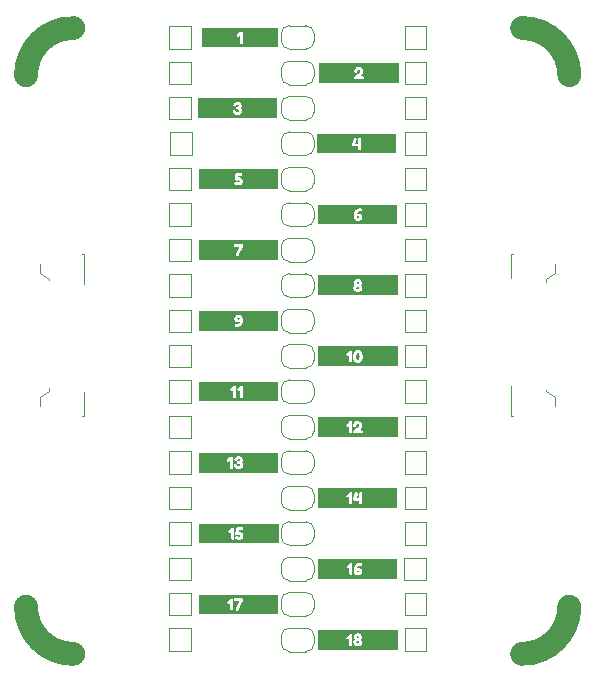
<source format=gbr>
%TF.GenerationSoftware,KiCad,Pcbnew,7.0.2-6a45011f42~172~ubuntu22.04.1*%
%TF.CreationDate,2023-05-08T11:52:49+01:00*%
%TF.ProjectId,bridge,62726964-6765-42e6-9b69-6361645f7063,rev?*%
%TF.SameCoordinates,Original*%
%TF.FileFunction,Legend,Top*%
%TF.FilePolarity,Positive*%
%FSLAX46Y46*%
G04 Gerber Fmt 4.6, Leading zero omitted, Abs format (unit mm)*
G04 Created by KiCad (PCBNEW 7.0.2-6a45011f42~172~ubuntu22.04.1) date 2023-05-08 11:52:49*
%MOMM*%
%LPD*%
G01*
G04 APERTURE LIST*
G04 Aperture macros list*
%AMFreePoly0*
4,1,19,0.500000,-0.750000,0.000000,-0.750000,0.000000,-0.744911,-0.071157,-0.744911,-0.207708,-0.704816,-0.327430,-0.627875,-0.420627,-0.520320,-0.479746,-0.390866,-0.500000,-0.250000,-0.500000,0.250000,-0.479746,0.390866,-0.420627,0.520320,-0.327430,0.627875,-0.207708,0.704816,-0.071157,0.744911,0.000000,0.744911,0.000000,0.750000,0.500000,0.750000,0.500000,-0.750000,0.500000,-0.750000,
$1*%
%AMFreePoly1*
4,1,19,0.000000,0.744911,0.071157,0.744911,0.207708,0.704816,0.327430,0.627875,0.420627,0.520320,0.479746,0.390866,0.500000,0.250000,0.500000,-0.250000,0.479746,-0.390866,0.420627,-0.520320,0.327430,-0.627875,0.207708,-0.704816,0.071157,-0.744911,0.000000,-0.744911,0.000000,-0.750000,-0.500000,-0.750000,-0.500000,0.750000,0.000000,0.750000,0.000000,0.744911,0.000000,0.744911,
$1*%
G04 Aperture macros list end*
%ADD10C,2.000000*%
%ADD11C,0.120000*%
%ADD12C,1.400000*%
%ADD13FreePoly0,180.000000*%
%ADD14FreePoly1,180.000000*%
%ADD15R,1.600200X0.508000*%
%ADD16R,2.895600X1.397000*%
G04 APERTURE END LIST*
D10*
X87000000Y-113000000D02*
G75*
G03*
X91000000Y-117000000I4000000J0D01*
G01*
X129000000Y-117000000D02*
G75*
G03*
X133000000Y-113000000I0J4000000D01*
G01*
X133000000Y-68000000D02*
G75*
G03*
X129000000Y-64000000I-4000000J0D01*
G01*
X91000000Y-64000000D02*
G75*
G03*
X87000000Y-68000000I0J-4000000D01*
G01*
%TO.C,kibuzzard-63B56FB5*%
G36*
X118453276Y-104625579D02*
G01*
X115476714Y-104625579D01*
X115352412Y-104625579D01*
X114503735Y-104625579D01*
X114127974Y-104625579D01*
X111746724Y-104625579D01*
X111746724Y-103612119D01*
X114127974Y-103612119D01*
X114172979Y-103700702D01*
X114259419Y-103750708D01*
X114359431Y-103706417D01*
X114378005Y-103689272D01*
X114378005Y-104199336D01*
X114380148Y-104251485D01*
X114393721Y-104290776D01*
X114431940Y-104318636D01*
X114503735Y-104327923D01*
X114577316Y-104318279D01*
X114615177Y-104289347D01*
X114628751Y-104251485D01*
X114630894Y-104202193D01*
X114630894Y-103906442D01*
X114709475Y-103906442D01*
X114716619Y-103967878D01*
X114755552Y-104008597D01*
X114835205Y-104022171D01*
X115222396Y-104022171D01*
X115222396Y-104196478D01*
X115230969Y-104270773D01*
X115249543Y-104299348D01*
X115286690Y-104316493D01*
X115352412Y-104323637D01*
X115421707Y-104315064D01*
X115463141Y-104280060D01*
X115476714Y-104197907D01*
X115476714Y-103403522D01*
X115474571Y-103353516D01*
X115460998Y-103315654D01*
X115422421Y-103285650D01*
X115350269Y-103276363D01*
X115277403Y-103284221D01*
X115238113Y-103312082D01*
X115224539Y-103347801D01*
X115222396Y-103396378D01*
X115222396Y-103786427D01*
X114989510Y-103786427D01*
X115076664Y-103437812D01*
X115078092Y-103433526D01*
X115088094Y-103373518D01*
X115063091Y-103318511D01*
X114988081Y-103282078D01*
X114922359Y-103272077D01*
X114873067Y-103287793D01*
X114847349Y-103320654D01*
X114832347Y-103370661D01*
X114713761Y-103849292D01*
X114709475Y-103906442D01*
X114630894Y-103906442D01*
X114630894Y-103406379D01*
X114623750Y-103330656D01*
X114603747Y-103299938D01*
X114566600Y-103283507D01*
X114498734Y-103276363D01*
X114418010Y-103313511D01*
X114413724Y-103316368D01*
X114179409Y-103527823D01*
X114127974Y-103612119D01*
X111746724Y-103612119D01*
X111746724Y-102974421D01*
X114127974Y-102974421D01*
X115476714Y-102974421D01*
X118453276Y-102974421D01*
X118453276Y-104625579D01*
G37*
D11*
%TO.C,TP15*%
X120900000Y-105894974D02*
X120900000Y-105844974D01*
X120900000Y-105844974D02*
X119050000Y-105844974D01*
X119050000Y-107744974D02*
X120900000Y-107744974D01*
X119050000Y-105844974D02*
X119050000Y-107744974D01*
X120900000Y-107744974D02*
X120900000Y-105894974D01*
%TO.C,JP9*%
X109300000Y-87794974D02*
X110700000Y-87794974D01*
X111400000Y-88494974D02*
X111400000Y-89094974D01*
X110700000Y-89794974D02*
X109300000Y-89794974D01*
X108600000Y-89094974D02*
X108600000Y-88494974D01*
X111400000Y-88494974D02*
G75*
G03*
X110700000Y-87794974I-699999J1D01*
G01*
X110700000Y-89794974D02*
G75*
G03*
X111400000Y-89094974I1J699999D01*
G01*
X109300000Y-87794974D02*
G75*
G03*
X108600000Y-88494974I0J-700000D01*
G01*
X108600000Y-89094974D02*
G75*
G03*
X109300000Y-89794974I700000J0D01*
G01*
%TO.C,kibuzzard-63B56FCC*%
G36*
X115163996Y-91529341D02*
G01*
X115209537Y-91583187D01*
X115236862Y-91672931D01*
X115245971Y-91798571D01*
X115245971Y-91807144D01*
X115236773Y-91929659D01*
X115209180Y-92017170D01*
X115163192Y-92069677D01*
X115098809Y-92087179D01*
X115035676Y-92069185D01*
X114990582Y-92015205D01*
X114963525Y-91925239D01*
X114954506Y-91799286D01*
X114963614Y-91673332D01*
X114990939Y-91583366D01*
X115036480Y-91529386D01*
X115100238Y-91511393D01*
X115163996Y-91529341D01*
G37*
G36*
X118475422Y-92639153D02*
G01*
X115498859Y-92639153D01*
X115101667Y-92639153D01*
X114481589Y-92639153D01*
X114105828Y-92639153D01*
X111724578Y-92639153D01*
X111724578Y-91608548D01*
X114105828Y-91608548D01*
X114150834Y-91697130D01*
X114237273Y-91747136D01*
X114337286Y-91702845D01*
X114355859Y-91685700D01*
X114355859Y-92195764D01*
X114358002Y-92247913D01*
X114371576Y-92287204D01*
X114409795Y-92315064D01*
X114481589Y-92324351D01*
X114555170Y-92314707D01*
X114593032Y-92285775D01*
X114606605Y-92247913D01*
X114608748Y-92198621D01*
X114608748Y-91798571D01*
X114701617Y-91798571D01*
X114706221Y-91898743D01*
X114720032Y-91991611D01*
X114743051Y-92077178D01*
X114773947Y-92148972D01*
X114812345Y-92210051D01*
X114862708Y-92261308D01*
X114929502Y-92303634D01*
X115010048Y-92332031D01*
X115101667Y-92341496D01*
X115192928Y-92332209D01*
X115272403Y-92304349D01*
X115337946Y-92262201D01*
X115387417Y-92210051D01*
X115436173Y-92127630D01*
X115470999Y-92031815D01*
X115491894Y-91922605D01*
X115498859Y-91800000D01*
X115494097Y-91705544D01*
X115479809Y-91614580D01*
X115455997Y-91527109D01*
X115426172Y-91454957D01*
X115388131Y-91392806D01*
X115338125Y-91340300D01*
X115272403Y-91297080D01*
X115192571Y-91268148D01*
X115100238Y-91258504D01*
X115007548Y-91268326D01*
X114926645Y-91297794D01*
X114860030Y-91341728D01*
X114810202Y-91394949D01*
X114770733Y-91463708D01*
X114735192Y-91554255D01*
X114716539Y-91626486D01*
X114705347Y-91707925D01*
X114701617Y-91798571D01*
X114608748Y-91798571D01*
X114608748Y-91402808D01*
X114601604Y-91327084D01*
X114581602Y-91296366D01*
X114544454Y-91279935D01*
X114476589Y-91272791D01*
X114395864Y-91309939D01*
X114391578Y-91312796D01*
X114157263Y-91524251D01*
X114105828Y-91608548D01*
X111724578Y-91608548D01*
X111724578Y-90960847D01*
X114105828Y-90960847D01*
X115498859Y-90960847D01*
X118475422Y-90960847D01*
X118475422Y-92639153D01*
G37*
%TO.C,kibuzzard-63B56F8D*%
G36*
X118440894Y-80630580D02*
G01*
X115464331Y-80630580D01*
X115110001Y-80630580D01*
X114735669Y-80630580D01*
X111759106Y-80630580D01*
X111759106Y-79905727D01*
X114735669Y-79905727D01*
X114746146Y-80023758D01*
X114777579Y-80126390D01*
X114829966Y-80213623D01*
X114902991Y-80279901D01*
X114996336Y-80319668D01*
X115110001Y-80332924D01*
X115203267Y-80322129D01*
X115286849Y-80289744D01*
X115360747Y-80235769D01*
X115418294Y-80165760D01*
X115452822Y-80085274D01*
X115464331Y-79994310D01*
X115453139Y-79918824D01*
X115419564Y-79848577D01*
X115363604Y-79783569D01*
X115291929Y-79731579D01*
X115211204Y-79700384D01*
X115121431Y-79689986D01*
X115015704Y-79714275D01*
X115022847Y-79694272D01*
X115049279Y-79644266D01*
X115100000Y-79588545D01*
X115186439Y-79539967D01*
X115300025Y-79519965D01*
X115382892Y-79511392D01*
X115411467Y-79492819D01*
X115428612Y-79455671D01*
X115435756Y-79389949D01*
X115427184Y-79321369D01*
X115393608Y-79280649D01*
X115314312Y-79267076D01*
X115211414Y-79274391D01*
X115117602Y-79296337D01*
X115032877Y-79332913D01*
X114957239Y-79384119D01*
X114890688Y-79449956D01*
X114834881Y-79526709D01*
X114791476Y-79610662D01*
X114760472Y-79701816D01*
X114741870Y-79800171D01*
X114735669Y-79905727D01*
X111759106Y-79905727D01*
X111759106Y-78969420D01*
X114735669Y-78969420D01*
X115464331Y-78969420D01*
X118440894Y-78969420D01*
X118440894Y-80630580D01*
G37*
G36*
X115189297Y-79941446D02*
G01*
X115214300Y-80002882D01*
X115186797Y-80074677D01*
X115104286Y-80098609D01*
X115012846Y-80065747D01*
X114999273Y-80034315D01*
X114995701Y-79992881D01*
X115024991Y-79939303D01*
X115109287Y-79912871D01*
X115189297Y-79941446D01*
G37*
%TO.C,JP14*%
X110700000Y-104794974D02*
X109300000Y-104794974D01*
X108600000Y-104094974D02*
X108600000Y-103494974D01*
X109300000Y-102794974D02*
X110700000Y-102794974D01*
X111400000Y-103494974D02*
X111400000Y-104094974D01*
X108600000Y-104094974D02*
G75*
G03*
X109300000Y-104794974I700000J0D01*
G01*
X110700000Y-104794974D02*
G75*
G03*
X111400000Y-104094974I1J699999D01*
G01*
X111400000Y-103494974D02*
G75*
G03*
X110700000Y-102794974I-699999J1D01*
G01*
X109300000Y-102794974D02*
G75*
G03*
X108600000Y-103494974I0J-700000D01*
G01*
%TO.C,kibuzzard-63B56F28*%
G36*
X108379232Y-107632723D02*
G01*
X105402669Y-107632723D01*
X105044053Y-107632723D01*
X104496842Y-107632723D01*
X104121081Y-107632723D01*
X101620768Y-107632723D01*
X101620768Y-106602118D01*
X104121081Y-106602118D01*
X104166086Y-106690701D01*
X104252526Y-106740707D01*
X104352538Y-106696416D01*
X104371112Y-106679271D01*
X104371112Y-107189334D01*
X104373255Y-107241484D01*
X104386828Y-107280774D01*
X104425047Y-107308635D01*
X104496842Y-107317922D01*
X104570422Y-107308278D01*
X104608284Y-107279346D01*
X104621857Y-107241484D01*
X104624001Y-107192192D01*
X104624001Y-107145043D01*
X104702582Y-107145043D01*
X104756874Y-107230768D01*
X104768304Y-107240769D01*
X104804023Y-107267916D01*
X104878318Y-107305222D01*
X104958328Y-107327606D01*
X105044053Y-107335067D01*
X105140414Y-107323240D01*
X105225663Y-107287759D01*
X105299799Y-107228625D01*
X105356949Y-107153060D01*
X105391239Y-107068288D01*
X105402669Y-106974308D01*
X105390604Y-106880804D01*
X105354409Y-106797460D01*
X105294084Y-106724276D01*
X105218678Y-106667523D01*
X105137239Y-106633471D01*
X105049768Y-106622121D01*
X104999762Y-106624978D01*
X105014049Y-106516393D01*
X105264081Y-106516393D01*
X105310515Y-106514250D01*
X105345519Y-106500677D01*
X105372308Y-106465315D01*
X105381238Y-106396378D01*
X105371594Y-106320654D01*
X105342662Y-106282078D01*
X105305514Y-106268505D01*
X105255508Y-106266362D01*
X105121206Y-106266362D01*
X104904036Y-106264933D01*
X104846171Y-106278506D01*
X104809024Y-106309224D01*
X104788307Y-106347801D01*
X104778306Y-106377804D01*
X104770090Y-106437097D01*
X104748302Y-106597832D01*
X104726871Y-106761067D01*
X104719727Y-106827861D01*
X104735443Y-106862865D01*
X104801880Y-106906442D01*
X104891891Y-106933588D01*
X104969758Y-106900727D01*
X105038338Y-106875009D01*
X105114776Y-106902870D01*
X105148352Y-106978594D01*
X105117634Y-107053603D01*
X105023336Y-107080749D01*
X104934039Y-107050746D01*
X104838313Y-107005026D01*
X104755446Y-107052174D01*
X104702582Y-107145043D01*
X104624001Y-107145043D01*
X104624001Y-106396378D01*
X104616857Y-106320654D01*
X104596854Y-106289936D01*
X104559707Y-106273506D01*
X104491841Y-106266362D01*
X104411117Y-106303509D01*
X104406831Y-106306367D01*
X104172516Y-106517822D01*
X104121081Y-106602118D01*
X101620768Y-106602118D01*
X101620768Y-105967277D01*
X104121081Y-105967277D01*
X105402669Y-105967277D01*
X108379232Y-105967277D01*
X108379232Y-107632723D01*
G37*
%TO.C,TP19*%
X99150001Y-65744974D02*
X101000001Y-65744974D01*
X99150001Y-63844974D02*
X99150001Y-65744974D01*
X101000001Y-63844974D02*
X99150001Y-63844974D01*
X101000001Y-63894974D02*
X101000001Y-63844974D01*
X101000001Y-65744974D02*
X101000001Y-63894974D01*
%TO.C,TP12*%
X120900000Y-98744974D02*
X120900000Y-96844974D01*
X119050000Y-98744974D02*
X120900000Y-98744974D01*
X120900000Y-96844974D02*
X119050000Y-96844974D01*
X119050000Y-96844974D02*
X119050000Y-98694974D01*
X119050000Y-98694974D02*
X119050000Y-98744974D01*
%TO.C,TP7*%
X120900000Y-83744974D02*
X120900000Y-81894974D01*
X120900000Y-81894974D02*
X120900000Y-81844974D01*
X119050000Y-81844974D02*
X119050000Y-83744974D01*
X120900000Y-81844974D02*
X119050000Y-81844974D01*
X119050000Y-83744974D02*
X120900000Y-83744974D01*
%TO.C,kibuzzard-63B56D06*%
G36*
X108275184Y-71638438D02*
G01*
X105298621Y-71638438D01*
X104897143Y-71638438D01*
X104501379Y-71638438D01*
X101524816Y-71638438D01*
X101524816Y-71010741D01*
X104501379Y-71010741D01*
X104517095Y-71087893D01*
X104519952Y-71102181D01*
X104535669Y-71139328D01*
X104571030Y-71196121D01*
X104611393Y-71240769D01*
X104693943Y-71296332D01*
X104789193Y-71329669D01*
X104897143Y-71340782D01*
X105005886Y-71329749D01*
X105101613Y-71296649D01*
X105184321Y-71241484D01*
X105247821Y-71169332D01*
X105285921Y-71085274D01*
X105298621Y-70989309D01*
X105286834Y-70916443D01*
X105251473Y-70852149D01*
X105206467Y-70805715D01*
X105164319Y-70774997D01*
X105164319Y-70764996D01*
X105226231Y-70720149D01*
X105263379Y-70659903D01*
X105275761Y-70584259D01*
X105264490Y-70503693D01*
X105230676Y-70428684D01*
X105174320Y-70359231D01*
X105098438Y-70303668D01*
X105006045Y-70270331D01*
X104897143Y-70259218D01*
X104826241Y-70264219D01*
X104762126Y-70279221D01*
X104667828Y-70323512D01*
X104608535Y-70379947D01*
X104577103Y-70424953D01*
X104544241Y-70522108D01*
X104562101Y-70573186D01*
X104615679Y-70617834D01*
X104694260Y-70643552D01*
X104748553Y-70625693D01*
X104788558Y-70572114D01*
X104797130Y-70554969D01*
X104834278Y-70520679D01*
X104915002Y-70503534D01*
X104994298Y-70530681D01*
X105022873Y-70587831D01*
X104995726Y-70629622D01*
X104914288Y-70643552D01*
X104839993Y-70650696D01*
X104800345Y-70689629D01*
X104787129Y-70769282D01*
X104796773Y-70842505D01*
X104825705Y-70879296D01*
X104862853Y-70893583D01*
X104927861Y-70896441D01*
X105010728Y-70925730D01*
X105045733Y-70993596D01*
X105010014Y-71062890D01*
X104964294Y-71085929D01*
X104898571Y-71093608D01*
X104838564Y-71085036D01*
X104759983Y-71016456D01*
X104717120Y-70942161D01*
X104641396Y-70927873D01*
X104536383Y-70948590D01*
X104501379Y-71010741D01*
X101524816Y-71010741D01*
X101524816Y-69961562D01*
X104501379Y-69961562D01*
X105298621Y-69961562D01*
X108275184Y-69961562D01*
X108275184Y-71638438D01*
G37*
%TO.C,kibuzzard-63B56F37*%
G36*
X108348990Y-113623436D02*
G01*
X105372428Y-113623436D01*
X104888081Y-113623436D01*
X104408021Y-113623436D01*
X104032260Y-113623436D01*
X101651010Y-113623436D01*
X101651010Y-112609976D01*
X104032260Y-112609976D01*
X104077266Y-112698559D01*
X104163705Y-112748565D01*
X104263717Y-112704274D01*
X104282291Y-112687129D01*
X104282291Y-113197192D01*
X104284434Y-113249342D01*
X104298007Y-113288633D01*
X104336227Y-113316493D01*
X104408021Y-113325780D01*
X104481602Y-113316136D01*
X104519464Y-113287204D01*
X104533037Y-113249342D01*
X104535180Y-113200050D01*
X104535180Y-112404236D01*
X104535045Y-112402808D01*
X104613761Y-112402808D01*
X104622334Y-112474245D01*
X104656624Y-112515679D01*
X104739491Y-112529966D01*
X105065246Y-112529966D01*
X105033814Y-112594974D01*
X104999167Y-112646052D01*
X104958090Y-112706417D01*
X104913799Y-112774461D01*
X104869507Y-112848578D01*
X104828431Y-112930909D01*
X104793784Y-113023599D01*
X104770209Y-113120219D01*
X104762351Y-113214337D01*
X104764494Y-113262201D01*
X104778068Y-113294348D01*
X104815929Y-113317208D01*
X104888081Y-113322923D01*
X104960233Y-113317208D01*
X104998095Y-113295062D01*
X105012383Y-113263629D01*
X105015240Y-113217195D01*
X105023098Y-113150044D01*
X105046672Y-113072891D01*
X105085963Y-112985738D01*
X105140970Y-112888583D01*
X105193655Y-112804643D01*
X105245983Y-112721419D01*
X105294382Y-112638015D01*
X105335280Y-112553541D01*
X105363141Y-112475495D01*
X105372428Y-112411380D01*
X105363855Y-112331370D01*
X105325993Y-112290651D01*
X105246698Y-112277077D01*
X104732348Y-112277077D01*
X104649480Y-112294222D01*
X104622334Y-112331370D01*
X104613761Y-112402808D01*
X104535045Y-112402808D01*
X104528036Y-112328512D01*
X104508034Y-112297794D01*
X104470886Y-112281364D01*
X104403021Y-112274220D01*
X104322296Y-112311367D01*
X104318010Y-112314225D01*
X104083695Y-112525680D01*
X104032260Y-112609976D01*
X101651010Y-112609976D01*
X101651010Y-111976564D01*
X104032260Y-111976564D01*
X105372428Y-111976564D01*
X108348990Y-111976564D01*
X108348990Y-113623436D01*
G37*
%TO.C,TP31*%
X99150001Y-101694974D02*
X99150001Y-101744974D01*
X99150001Y-101744974D02*
X101000001Y-101744974D01*
X101000001Y-99844974D02*
X99150001Y-99844974D01*
X101000001Y-101744974D02*
X101000001Y-99844974D01*
X99150001Y-99844974D02*
X99150001Y-101694974D01*
%TO.C,TP10*%
X119050000Y-92694974D02*
X119050000Y-92744974D01*
X120900000Y-90844974D02*
X119050000Y-90844974D01*
X119050000Y-90844974D02*
X119050000Y-92694974D01*
X120900000Y-92744974D02*
X120900000Y-90844974D01*
X119050000Y-92744974D02*
X120900000Y-92744974D01*
%TO.C,TP35*%
X99150001Y-113744974D02*
X101000001Y-113744974D01*
X101000001Y-113744974D02*
X101000001Y-111894974D01*
X101000001Y-111894974D02*
X101000001Y-111844974D01*
X99150001Y-111844974D02*
X99150001Y-113744974D01*
X101000001Y-111844974D02*
X99150001Y-111844974D01*
%TO.C,TP11*%
X120900000Y-95744974D02*
X120900000Y-93894974D01*
X119050000Y-95744974D02*
X120900000Y-95744974D01*
X119050000Y-93844974D02*
X119050000Y-95744974D01*
X120900000Y-93844974D02*
X119050000Y-93844974D01*
X120900000Y-93894974D02*
X120900000Y-93844974D01*
%TO.C,TP33*%
X101000001Y-105894974D02*
X101000001Y-105844974D01*
X101000001Y-107744974D02*
X101000001Y-105894974D01*
X99150001Y-105844974D02*
X99150001Y-107744974D01*
X101000001Y-105844974D02*
X99150001Y-105844974D01*
X99150001Y-107744974D02*
X101000001Y-107744974D01*
%TO.C,TP5*%
X119050000Y-77744974D02*
X120900000Y-77744974D01*
X119050000Y-75844974D02*
X119050000Y-77744974D01*
X120900000Y-75844974D02*
X119050000Y-75844974D01*
X120900000Y-77744974D02*
X120900000Y-75894974D01*
X120900000Y-75894974D02*
X120900000Y-75844974D01*
%TO.C,kibuzzard-63B56D6D*%
G36*
X108355896Y-83620579D02*
G01*
X105379333Y-83620579D01*
X104894987Y-83620579D01*
X104620667Y-83620579D01*
X101644104Y-83620579D01*
X101644104Y-82402808D01*
X104620667Y-82402808D01*
X104629239Y-82474245D01*
X104663529Y-82515679D01*
X104746397Y-82529966D01*
X105072152Y-82529966D01*
X105040719Y-82594974D01*
X105006072Y-82646052D01*
X104964996Y-82706417D01*
X104920704Y-82774461D01*
X104876413Y-82848578D01*
X104835337Y-82930909D01*
X104800689Y-83023599D01*
X104777115Y-83120219D01*
X104769257Y-83214337D01*
X104771400Y-83262201D01*
X104784973Y-83294348D01*
X104822835Y-83317208D01*
X104894987Y-83322923D01*
X104967139Y-83317208D01*
X105005001Y-83295062D01*
X105019288Y-83263629D01*
X105022146Y-83217195D01*
X105030004Y-83150044D01*
X105053578Y-83072891D01*
X105092869Y-82985738D01*
X105147876Y-82888583D01*
X105200561Y-82804643D01*
X105252889Y-82721419D01*
X105301288Y-82638015D01*
X105342186Y-82553541D01*
X105370046Y-82475495D01*
X105379333Y-82411380D01*
X105370761Y-82331370D01*
X105332899Y-82290651D01*
X105253603Y-82277077D01*
X104739253Y-82277077D01*
X104656386Y-82294222D01*
X104629239Y-82331370D01*
X104620667Y-82402808D01*
X101644104Y-82402808D01*
X101644104Y-81979421D01*
X104620667Y-81979421D01*
X105379333Y-81979421D01*
X108355896Y-81979421D01*
X108355896Y-83620579D01*
G37*
%TO.C,kibuzzard-63B56EBC*%
G36*
X108369945Y-95623436D02*
G01*
X105393383Y-95623436D01*
X105266224Y-95623436D01*
X104684723Y-95623436D01*
X104308961Y-95623436D01*
X101630055Y-95623436D01*
X101630055Y-94609976D01*
X104308961Y-94609976D01*
X104353967Y-94698559D01*
X104440406Y-94748565D01*
X104540419Y-94704274D01*
X104558993Y-94687129D01*
X104558993Y-95197192D01*
X104561136Y-95249342D01*
X104574709Y-95288633D01*
X104612928Y-95316493D01*
X104684723Y-95325780D01*
X104758303Y-95316136D01*
X104796165Y-95287204D01*
X104809738Y-95249342D01*
X104811881Y-95200050D01*
X104811881Y-94609976D01*
X104890463Y-94609976D01*
X104935468Y-94698559D01*
X105021908Y-94748565D01*
X105121920Y-94704274D01*
X105140494Y-94687129D01*
X105140494Y-95197192D01*
X105142637Y-95249342D01*
X105156210Y-95288633D01*
X105194429Y-95316493D01*
X105266224Y-95325780D01*
X105339804Y-95316136D01*
X105377666Y-95287204D01*
X105391239Y-95249342D01*
X105393383Y-95200050D01*
X105393383Y-94404236D01*
X105386239Y-94328512D01*
X105366236Y-94297794D01*
X105329089Y-94281364D01*
X105261223Y-94274220D01*
X105180499Y-94311367D01*
X105176213Y-94314225D01*
X104941898Y-94525680D01*
X104890463Y-94609976D01*
X104811881Y-94609976D01*
X104811881Y-94404236D01*
X104804738Y-94328512D01*
X104784735Y-94297794D01*
X104747588Y-94281364D01*
X104679722Y-94274220D01*
X104598998Y-94311367D01*
X104594711Y-94314225D01*
X104360396Y-94525680D01*
X104308961Y-94609976D01*
X101630055Y-94609976D01*
X101630055Y-93976564D01*
X104308961Y-93976564D01*
X105393382Y-93976564D01*
X108369945Y-93976564D01*
X108369945Y-95623436D01*
G37*
%TO.C,JP11*%
X110700000Y-95794974D02*
X109300000Y-95794974D01*
X108600000Y-95094974D02*
X108600000Y-94494974D01*
X111400000Y-94494974D02*
X111400000Y-95094974D01*
X109300000Y-93794974D02*
X110700000Y-93794974D01*
X108600000Y-95094974D02*
G75*
G03*
X109300000Y-95794974I700000J0D01*
G01*
X111400000Y-94494974D02*
G75*
G03*
X110700000Y-93794974I-699999J1D01*
G01*
X109300000Y-93794974D02*
G75*
G03*
X108600000Y-94494974I0J-700000D01*
G01*
X110700000Y-95794974D02*
G75*
G03*
X111400000Y-95094974I1J699999D01*
G01*
%TO.C,JP5*%
X108600000Y-77094974D02*
X108600000Y-76494974D01*
X109300000Y-75794974D02*
X110700000Y-75794974D01*
X110700000Y-77794974D02*
X109300000Y-77794974D01*
X111400000Y-76494974D02*
X111400000Y-77094974D01*
X111400000Y-76494974D02*
G75*
G03*
X110700000Y-75794974I-699999J1D01*
G01*
X108600000Y-77094974D02*
G75*
G03*
X109300000Y-77794974I700000J0D01*
G01*
X110700000Y-77794974D02*
G75*
G03*
X111400000Y-77094974I1J699999D01*
G01*
X109300000Y-75794974D02*
G75*
G03*
X108600000Y-76494974I0J-700000D01*
G01*
%TO.C,TP13*%
X119050000Y-99844974D02*
X119050000Y-101744974D01*
X120900000Y-99894974D02*
X120900000Y-99844974D01*
X119050000Y-101744974D02*
X120900000Y-101744974D01*
X120900000Y-101744974D02*
X120900000Y-99894974D01*
X120900000Y-99844974D02*
X119050000Y-99844974D01*
%TO.C,TP28*%
X99150001Y-92744974D02*
X101000001Y-92744974D01*
X101000001Y-90844974D02*
X99150001Y-90844974D01*
X101000001Y-92744974D02*
X101000001Y-90894974D01*
X99150001Y-90844974D02*
X99150001Y-92744974D01*
X101000001Y-90894974D02*
X101000001Y-90844974D01*
%TO.C,J1*%
X131016000Y-85232999D02*
X131016000Y-85486999D01*
X131778000Y-95265999D02*
X131016000Y-94757999D01*
X131778000Y-84724999D02*
X131016000Y-85232999D01*
X131778000Y-84724999D02*
X131778000Y-83962999D01*
X131778000Y-95265999D02*
X131778000Y-96027999D01*
X128095000Y-94336740D02*
X128095000Y-96870700D01*
X128259619Y-83129300D02*
X128095000Y-83129300D01*
X128095000Y-83129300D02*
X128095000Y-85163261D01*
X131016000Y-94757999D02*
X131016000Y-94630999D01*
X128095000Y-96870700D02*
X128259619Y-96870700D01*
%TO.C,TP16*%
X119025000Y-108844974D02*
X119025000Y-110744974D01*
X120875000Y-110744974D02*
X120875000Y-108894974D01*
X120875000Y-108844974D02*
X119025000Y-108844974D01*
X119025000Y-110744974D02*
X120875000Y-110744974D01*
X120875000Y-108894974D02*
X120875000Y-108844974D01*
%TO.C,TP1*%
X119050000Y-63844974D02*
X119050000Y-65744974D01*
X120900000Y-63894974D02*
X120900000Y-63844974D01*
X120900000Y-63844974D02*
X119050000Y-63844974D01*
X120900000Y-65744974D02*
X120900000Y-63894974D01*
X119050000Y-65744974D02*
X120900000Y-65744974D01*
%TO.C,TP20*%
X101000001Y-66894974D02*
X101000001Y-66844974D01*
X101000001Y-68744974D02*
X101000001Y-66894974D01*
X99150001Y-68744974D02*
X101000001Y-68744974D01*
X101000001Y-66844974D02*
X99150001Y-66844974D01*
X99150001Y-66844974D02*
X99150001Y-68744974D01*
%TO.C,TP26*%
X99150001Y-86744974D02*
X101000001Y-86744974D01*
X101000001Y-84894974D02*
X101000001Y-84844974D01*
X101000001Y-84844974D02*
X99150001Y-84844974D01*
X101000001Y-86744974D02*
X101000001Y-84894974D01*
X99150001Y-84844974D02*
X99150001Y-86744974D01*
%TO.C,JP7*%
X108600000Y-83094974D02*
X108600000Y-82494974D01*
X110700000Y-83794974D02*
X109300000Y-83794974D01*
X111400000Y-82494974D02*
X111400000Y-83094974D01*
X109300000Y-81794974D02*
X110700000Y-81794974D01*
X109300000Y-81794974D02*
G75*
G03*
X108600000Y-82494974I0J-700000D01*
G01*
X111400000Y-82494974D02*
G75*
G03*
X110700000Y-81794974I-699999J1D01*
G01*
X108600000Y-83094974D02*
G75*
G03*
X109300000Y-83794974I700000J0D01*
G01*
X110700000Y-83794974D02*
G75*
G03*
X111400000Y-83094974I1J699999D01*
G01*
%TO.C,TP25*%
X101000001Y-81844974D02*
X99150001Y-81844974D01*
X99150001Y-83744974D02*
X101000001Y-83744974D01*
X99150001Y-83694974D02*
X99150001Y-83744974D01*
X101000001Y-83744974D02*
X101000001Y-81844974D01*
X99150001Y-81844974D02*
X99150001Y-83694974D01*
%TO.C,TP4*%
X119050000Y-74694974D02*
X119050000Y-74744974D01*
X119050000Y-74744974D02*
X120900000Y-74744974D01*
X119050000Y-72844974D02*
X119050000Y-74694974D01*
X120900000Y-74744974D02*
X120900000Y-72844974D01*
X120900000Y-72844974D02*
X119050000Y-72844974D01*
%TO.C,JP1*%
X109300000Y-63794974D02*
X110700000Y-63794974D01*
X108600000Y-65094974D02*
X108600000Y-64494974D01*
X111400000Y-64494974D02*
X111400000Y-65094974D01*
X110700000Y-65794974D02*
X109300000Y-65794974D01*
X108600000Y-65094974D02*
G75*
G03*
X109300000Y-65794974I700000J0D01*
G01*
X110700000Y-65794974D02*
G75*
G03*
X111400000Y-65094974I1J699999D01*
G01*
X109300000Y-63794974D02*
G75*
G03*
X108600000Y-64494974I0J-700000D01*
G01*
X111400000Y-64494974D02*
G75*
G03*
X110700000Y-63794974I-699999J1D01*
G01*
%TO.C,kibuzzard-63B56FC4*%
G36*
X118456848Y-116642010D02*
G01*
X115480286Y-116642010D01*
X115100238Y-116642010D01*
X114500163Y-116642010D01*
X114124402Y-116642010D01*
X111743152Y-116642010D01*
X111743152Y-115611405D01*
X114124402Y-115611405D01*
X114169408Y-115699988D01*
X114255847Y-115749994D01*
X114355859Y-115705703D01*
X114374433Y-115688558D01*
X114374433Y-116198621D01*
X114376576Y-116250771D01*
X114390149Y-116290061D01*
X114428368Y-116317922D01*
X114500163Y-116327209D01*
X114573744Y-116317565D01*
X114611606Y-116288633D01*
X114625179Y-116250771D01*
X114627322Y-116201479D01*
X114627322Y-115988595D01*
X114720191Y-115988595D01*
X114733129Y-116089084D01*
X114771943Y-116175285D01*
X114836634Y-116247199D01*
X114917676Y-116301174D01*
X115005544Y-116333559D01*
X115100238Y-116344354D01*
X115194933Y-116333479D01*
X115282801Y-116300856D01*
X115363843Y-116246484D01*
X115428533Y-116174333D01*
X115467348Y-116088369D01*
X115480286Y-115988595D01*
X115472249Y-115928945D01*
X115448139Y-115870009D01*
X115396704Y-115792142D01*
X115364557Y-115762853D01*
X115385988Y-115739993D01*
X115428136Y-115672841D01*
X115448853Y-115585688D01*
X115437423Y-115495200D01*
X115403133Y-115416143D01*
X115345983Y-115348515D01*
X115273276Y-115296921D01*
X115192313Y-115265965D01*
X115103096Y-115255646D01*
X115013561Y-115265806D01*
X114931646Y-115296286D01*
X114857351Y-115347086D01*
X114798613Y-115413444D01*
X114763371Y-115490596D01*
X114751623Y-115578544D01*
X114775198Y-115677842D01*
X114813059Y-115739993D01*
X114837348Y-115762853D01*
X114807344Y-115789999D01*
X114749480Y-115872152D01*
X114727513Y-115929480D01*
X114720191Y-115988595D01*
X114627322Y-115988595D01*
X114627322Y-115405665D01*
X114620178Y-115329941D01*
X114600176Y-115299223D01*
X114563028Y-115282793D01*
X114495163Y-115275649D01*
X114414438Y-115312796D01*
X114410152Y-115315654D01*
X114175837Y-115527109D01*
X114124402Y-115611405D01*
X111743152Y-115611405D01*
X111743152Y-114957990D01*
X114124402Y-114957990D01*
X115480286Y-114957990D01*
X118456848Y-114957990D01*
X118456848Y-116642010D01*
G37*
G36*
X115195250Y-115921444D02*
G01*
X115227397Y-115995024D01*
X115195964Y-116068605D01*
X115101667Y-116102895D01*
X115005941Y-116068605D01*
X114973079Y-115994310D01*
X115005941Y-115920729D01*
X115100953Y-115887154D01*
X115195250Y-115921444D01*
G37*
G36*
X115171676Y-115523537D02*
G01*
X115195964Y-115577115D01*
X115172390Y-115631408D01*
X115102381Y-115657125D01*
X115030944Y-115631408D01*
X115005941Y-115576401D01*
X115028801Y-115522823D01*
X115099524Y-115498534D01*
X115171676Y-115523537D01*
G37*
%TO.C,JP4*%
X110700000Y-74794974D02*
X109300000Y-74794974D01*
X111400000Y-73494974D02*
X111400000Y-74094974D01*
X109300000Y-72794974D02*
X110700000Y-72794974D01*
X108600000Y-74094974D02*
X108600000Y-73494974D01*
X108600000Y-74094974D02*
G75*
G03*
X109300000Y-74794974I700000J0D01*
G01*
X109300000Y-72794974D02*
G75*
G03*
X108600000Y-73494974I0J-700000D01*
G01*
X111400000Y-73494974D02*
G75*
G03*
X110700000Y-72794974I-699999J1D01*
G01*
X110700000Y-74794974D02*
G75*
G03*
X111400000Y-74094974I1J699999D01*
G01*
%TO.C,TP34*%
X101000001Y-108894974D02*
X101000001Y-108844974D01*
X101000001Y-108844974D02*
X99150001Y-108844974D01*
X99150001Y-110744974D02*
X101000001Y-110744974D01*
X101000001Y-110744974D02*
X101000001Y-108894974D01*
X99150001Y-108844974D02*
X99150001Y-110744974D01*
%TO.C,TP30*%
X100975001Y-96894974D02*
X100975001Y-96844974D01*
X100975001Y-96844974D02*
X99125001Y-96844974D01*
X99125001Y-96844974D02*
X99125001Y-98744974D01*
X100975001Y-98744974D02*
X100975001Y-96894974D01*
X99125001Y-98744974D02*
X100975001Y-98744974D01*
%TO.C,kibuzzard-63B56D79*%
G36*
X108340894Y-89630580D02*
G01*
X105364331Y-89630580D01*
X104788545Y-89630580D01*
X104635669Y-89630580D01*
X101659106Y-89630580D01*
X101659106Y-88605690D01*
X104635669Y-88605690D01*
X104646861Y-88681176D01*
X104680436Y-88751422D01*
X104736396Y-88816431D01*
X104807912Y-88868421D01*
X104888161Y-88899616D01*
X104977140Y-88910014D01*
X105084296Y-88885725D01*
X105077152Y-88905727D01*
X105048935Y-88955734D01*
X104998571Y-89011455D01*
X104913561Y-89060032D01*
X104799975Y-89080035D01*
X104717107Y-89088608D01*
X104676388Y-89126469D01*
X104662815Y-89205765D01*
X104672816Y-89278274D01*
X104702820Y-89318636D01*
X104779972Y-89332924D01*
X104788545Y-89332924D01*
X104890901Y-89325609D01*
X104984227Y-89303663D01*
X105068523Y-89267087D01*
X105143789Y-89215881D01*
X105210026Y-89150044D01*
X105265576Y-89073291D01*
X105308781Y-88989338D01*
X105339642Y-88898184D01*
X105358159Y-88799829D01*
X105364331Y-88694272D01*
X105353854Y-88576242D01*
X105322421Y-88473610D01*
X105270034Y-88386377D01*
X105196850Y-88320099D01*
X105103029Y-88280332D01*
X104988570Y-88267076D01*
X104895384Y-88277871D01*
X104812040Y-88310256D01*
X104738539Y-88364231D01*
X104681389Y-88434240D01*
X104647099Y-88514726D01*
X104635669Y-88605690D01*
X101659106Y-88605690D01*
X101659106Y-87969420D01*
X104635669Y-87969420D01*
X105364331Y-87969420D01*
X108340894Y-87969420D01*
X108340894Y-89630580D01*
G37*
G36*
X105085725Y-88534252D02*
G01*
X105100727Y-88566399D01*
X105104299Y-88607833D01*
X105075009Y-88660697D01*
X104989999Y-88687129D01*
X104909274Y-88658554D01*
X104884271Y-88597117D01*
X104911775Y-88525323D01*
X104994285Y-88501391D01*
X105085725Y-88534252D01*
G37*
%TO.C,kibuzzard-63B56F93*%
G36*
X118456610Y-86642010D02*
G01*
X115480048Y-86642010D01*
X115100000Y-86642010D01*
X114719952Y-86642010D01*
X111743390Y-86642010D01*
X111743390Y-85988595D01*
X114719952Y-85988595D01*
X114732891Y-86089084D01*
X114771705Y-86175285D01*
X114836396Y-86247199D01*
X114917437Y-86301174D01*
X115005306Y-86333559D01*
X115100000Y-86344354D01*
X115194694Y-86333479D01*
X115282562Y-86300856D01*
X115363604Y-86246484D01*
X115428295Y-86174333D01*
X115467109Y-86088369D01*
X115480047Y-85988595D01*
X115472011Y-85928945D01*
X115447901Y-85870009D01*
X115396466Y-85792142D01*
X115364319Y-85762853D01*
X115385750Y-85739993D01*
X115427898Y-85672841D01*
X115448615Y-85585688D01*
X115437185Y-85495200D01*
X115402895Y-85416143D01*
X115345745Y-85348515D01*
X115273037Y-85296921D01*
X115192075Y-85265965D01*
X115102857Y-85255646D01*
X115013322Y-85265806D01*
X114931407Y-85296286D01*
X114857112Y-85347086D01*
X114798375Y-85413444D01*
X114763132Y-85490596D01*
X114751385Y-85578544D01*
X114774959Y-85677842D01*
X114812821Y-85739993D01*
X114837110Y-85762853D01*
X114807106Y-85789999D01*
X114749242Y-85872152D01*
X114727275Y-85929480D01*
X114719952Y-85988595D01*
X111743390Y-85988595D01*
X111743390Y-84957990D01*
X114719952Y-84957990D01*
X115480048Y-84957990D01*
X118456610Y-84957990D01*
X118456610Y-86642010D01*
G37*
G36*
X115195012Y-85921444D02*
G01*
X115227159Y-85995024D01*
X115195726Y-86068605D01*
X115101429Y-86102895D01*
X115005702Y-86068605D01*
X114972841Y-85994310D01*
X115005702Y-85920729D01*
X115100714Y-85887154D01*
X115195012Y-85921444D01*
G37*
G36*
X115171437Y-85523537D02*
G01*
X115195726Y-85577115D01*
X115172152Y-85631408D01*
X115102143Y-85657125D01*
X115030706Y-85631408D01*
X115005702Y-85576401D01*
X115028562Y-85522823D01*
X115099286Y-85498534D01*
X115171437Y-85523537D01*
G37*
%TO.C,JP13*%
X108600000Y-101094974D02*
X108600000Y-100494974D01*
X110700000Y-101794974D02*
X109300000Y-101794974D01*
X109300000Y-99794974D02*
X110700000Y-99794974D01*
X111400000Y-100494974D02*
X111400000Y-101094974D01*
X110700000Y-101794974D02*
G75*
G03*
X111400000Y-101094974I1J699999D01*
G01*
X109300000Y-99794974D02*
G75*
G03*
X108600000Y-100494974I0J-700000D01*
G01*
X108600000Y-101094974D02*
G75*
G03*
X109300000Y-101794974I700000J0D01*
G01*
X111400000Y-100494974D02*
G75*
G03*
X110700000Y-99794974I-699999J1D01*
G01*
%TO.C,kibuzzard-63B56EF1*%
G36*
X108375422Y-101638438D02*
G01*
X105398859Y-101638438D01*
X104997381Y-101638438D01*
X104381589Y-101638438D01*
X104005828Y-101638438D01*
X101624578Y-101638438D01*
X101624578Y-100609262D01*
X104005828Y-100609262D01*
X104050834Y-100697844D01*
X104137273Y-100747851D01*
X104237286Y-100703559D01*
X104255859Y-100686414D01*
X104255859Y-101196478D01*
X104258002Y-101248627D01*
X104271576Y-101287918D01*
X104309795Y-101315779D01*
X104381589Y-101325066D01*
X104455170Y-101315422D01*
X104493032Y-101286489D01*
X104506605Y-101248627D01*
X104508748Y-101199336D01*
X104508748Y-101010741D01*
X104601617Y-101010741D01*
X104617333Y-101087893D01*
X104620191Y-101102181D01*
X104635907Y-101139328D01*
X104671268Y-101196121D01*
X104711631Y-101240769D01*
X104794181Y-101296332D01*
X104889431Y-101329669D01*
X104997381Y-101340782D01*
X105106124Y-101329749D01*
X105201851Y-101296649D01*
X105284559Y-101241484D01*
X105348059Y-101169332D01*
X105386159Y-101085274D01*
X105398859Y-100989309D01*
X105387072Y-100916443D01*
X105351711Y-100852149D01*
X105306705Y-100805715D01*
X105264557Y-100774997D01*
X105264557Y-100764996D01*
X105326469Y-100720149D01*
X105363617Y-100659903D01*
X105375999Y-100584259D01*
X105364728Y-100503693D01*
X105330914Y-100428684D01*
X105274558Y-100359231D01*
X105198676Y-100303668D01*
X105106283Y-100270331D01*
X104997381Y-100259218D01*
X104926479Y-100264219D01*
X104862364Y-100279221D01*
X104768066Y-100323512D01*
X104708773Y-100379947D01*
X104677341Y-100424953D01*
X104644479Y-100522108D01*
X104662339Y-100573186D01*
X104715917Y-100617834D01*
X104794498Y-100643552D01*
X104848791Y-100625693D01*
X104888796Y-100572114D01*
X104897368Y-100554969D01*
X104934516Y-100520679D01*
X105015240Y-100503534D01*
X105094536Y-100530681D01*
X105123111Y-100587831D01*
X105095964Y-100629622D01*
X105014526Y-100643552D01*
X104940231Y-100650696D01*
X104900583Y-100689629D01*
X104887367Y-100769282D01*
X104897011Y-100842505D01*
X104925943Y-100879296D01*
X104963091Y-100893583D01*
X105028099Y-100896441D01*
X105110966Y-100925730D01*
X105145971Y-100993596D01*
X105110252Y-101062890D01*
X105064532Y-101085929D01*
X104998809Y-101093608D01*
X104938802Y-101085036D01*
X104860221Y-101016456D01*
X104817358Y-100942161D01*
X104741634Y-100927873D01*
X104636621Y-100948590D01*
X104601617Y-101010741D01*
X104508748Y-101010741D01*
X104508748Y-100403522D01*
X104501604Y-100327798D01*
X104481602Y-100297080D01*
X104444454Y-100280649D01*
X104376589Y-100273506D01*
X104295864Y-100310653D01*
X104291578Y-100313511D01*
X104057263Y-100524966D01*
X104005828Y-100609262D01*
X101624578Y-100609262D01*
X101624578Y-99961562D01*
X104005828Y-99961562D01*
X105398859Y-99961562D01*
X108375422Y-99961562D01*
X108375422Y-101638438D01*
G37*
%TO.C,kibuzzard-63B56CBF*%
G36*
X108328023Y-65623436D02*
G01*
X105351460Y-65623436D01*
X105224301Y-65623436D01*
X104848540Y-65623436D01*
X101871977Y-65623436D01*
X101871977Y-64609976D01*
X104848540Y-64609976D01*
X104893546Y-64698559D01*
X104979985Y-64748565D01*
X105079997Y-64704274D01*
X105098571Y-64687129D01*
X105098571Y-65197192D01*
X105100714Y-65249342D01*
X105114287Y-65288633D01*
X105152507Y-65316493D01*
X105224301Y-65325780D01*
X105297882Y-65316136D01*
X105335744Y-65287204D01*
X105349317Y-65249342D01*
X105351460Y-65200050D01*
X105351460Y-64404236D01*
X105344316Y-64328512D01*
X105324314Y-64297794D01*
X105287166Y-64281364D01*
X105219301Y-64274220D01*
X105138576Y-64311367D01*
X105134290Y-64314225D01*
X104899975Y-64525680D01*
X104848540Y-64609976D01*
X101871977Y-64609976D01*
X101871977Y-63976564D01*
X104848540Y-63976564D01*
X105351460Y-63976564D01*
X108328023Y-63976564D01*
X108328023Y-65623436D01*
G37*
%TO.C,TP18*%
X119050000Y-114844974D02*
X119050000Y-116744974D01*
X120900000Y-116744974D02*
X120900000Y-114894974D01*
X120900000Y-114894974D02*
X120900000Y-114844974D01*
X119050000Y-116744974D02*
X120900000Y-116744974D01*
X120900000Y-114844974D02*
X119050000Y-114844974D01*
%TO.C,TP23*%
X101000001Y-77744974D02*
X101000001Y-75844974D01*
X99150001Y-75844974D02*
X99150001Y-77694974D01*
X99150001Y-77694974D02*
X99150001Y-77744974D01*
X99150001Y-77744974D02*
X101000001Y-77744974D01*
X101000001Y-75844974D02*
X99150001Y-75844974D01*
%TO.C,TP8*%
X119050000Y-86744974D02*
X120900000Y-86744974D01*
X120900000Y-84844974D02*
X119050000Y-84844974D01*
X120900000Y-86744974D02*
X120900000Y-84894974D01*
X120900000Y-84894974D02*
X120900000Y-84844974D01*
X119050000Y-84844974D02*
X119050000Y-86744974D01*
%TO.C,TP14*%
X120900000Y-102844974D02*
X119050000Y-102844974D01*
X119050000Y-102844974D02*
X119050000Y-104744974D01*
X119050000Y-104744974D02*
X120900000Y-104744974D01*
X120900000Y-102894974D02*
X120900000Y-102844974D01*
X120900000Y-104744974D02*
X120900000Y-102894974D01*
%TO.C,JP8*%
X109300000Y-84794974D02*
X110700000Y-84794974D01*
X111400000Y-85494974D02*
X111400000Y-86094974D01*
X108600000Y-86094974D02*
X108600000Y-85494974D01*
X110700000Y-86794974D02*
X109300000Y-86794974D01*
X108600000Y-86094974D02*
G75*
G03*
X109300000Y-86794974I700000J0D01*
G01*
X111400000Y-85494974D02*
G75*
G03*
X110700000Y-84794974I-699999J1D01*
G01*
X110700000Y-86794974D02*
G75*
G03*
X111400000Y-86094974I1J699999D01*
G01*
X109300000Y-84794974D02*
G75*
G03*
X108600000Y-85494974I0J-700000D01*
G01*
%TO.C,TP36*%
X99150001Y-116744974D02*
X101000001Y-116744974D01*
X99150001Y-114844974D02*
X99150001Y-116744974D01*
X101000001Y-116744974D02*
X101000001Y-114894974D01*
X101000001Y-114844974D02*
X99150001Y-114844974D01*
X101000001Y-114894974D02*
X101000001Y-114844974D01*
%TO.C,TP2*%
X119050000Y-66844974D02*
X119050000Y-68744974D01*
X120900000Y-66894974D02*
X120900000Y-66844974D01*
X120900000Y-66844974D02*
X119050000Y-66844974D01*
X119050000Y-68744974D02*
X120900000Y-68744974D01*
X120900000Y-68744974D02*
X120900000Y-66894974D01*
%TO.C,kibuzzard-63B56FE1*%
G36*
X118441132Y-110631294D02*
G01*
X115464569Y-110631294D01*
X115110239Y-110631294D01*
X114515879Y-110631294D01*
X114140118Y-110631294D01*
X111758868Y-110631294D01*
X111758868Y-109602118D01*
X114140118Y-109602118D01*
X114185124Y-109690701D01*
X114271563Y-109740707D01*
X114371576Y-109696416D01*
X114390149Y-109679271D01*
X114390149Y-110189334D01*
X114392292Y-110241484D01*
X114405866Y-110280774D01*
X114444085Y-110308635D01*
X114515879Y-110317922D01*
X114589460Y-110308278D01*
X114627322Y-110279346D01*
X114640895Y-110241484D01*
X114643038Y-110192192D01*
X114643038Y-109906442D01*
X114735907Y-109906442D01*
X114746384Y-110024472D01*
X114777817Y-110127104D01*
X114830204Y-110214337D01*
X114903229Y-110280616D01*
X114996574Y-110320383D01*
X115110239Y-110333638D01*
X115203505Y-110322843D01*
X115287087Y-110290458D01*
X115360985Y-110236483D01*
X115418532Y-110166474D01*
X115453060Y-110085988D01*
X115464569Y-109995024D01*
X115453378Y-109919539D01*
X115419802Y-109849292D01*
X115363842Y-109784284D01*
X115292167Y-109732293D01*
X115211443Y-109701099D01*
X115121669Y-109690701D01*
X115015942Y-109714989D01*
X115023086Y-109694987D01*
X115049517Y-109644981D01*
X115100238Y-109589259D01*
X115186677Y-109540682D01*
X115300263Y-109520679D01*
X115383131Y-109512107D01*
X115411706Y-109493533D01*
X115428851Y-109456386D01*
X115435994Y-109390663D01*
X115427422Y-109322083D01*
X115393846Y-109281364D01*
X115314551Y-109267791D01*
X115211652Y-109275106D01*
X115117840Y-109297051D01*
X115033115Y-109333627D01*
X114957477Y-109384834D01*
X114890926Y-109450671D01*
X114835119Y-109527423D01*
X114791714Y-109611376D01*
X114760710Y-109702531D01*
X114742108Y-109800886D01*
X114735907Y-109906442D01*
X114643038Y-109906442D01*
X114643038Y-109396378D01*
X114635894Y-109320654D01*
X114615892Y-109289936D01*
X114578744Y-109273506D01*
X114510879Y-109266362D01*
X114430154Y-109303509D01*
X114425868Y-109306367D01*
X114191553Y-109517822D01*
X114140118Y-109602118D01*
X111758868Y-109602118D01*
X111758868Y-108968706D01*
X114140118Y-108968706D01*
X115464569Y-108968706D01*
X118441132Y-108968706D01*
X118441132Y-110631294D01*
G37*
G36*
X115189535Y-109942161D02*
G01*
X115214538Y-110003597D01*
X115187035Y-110075392D01*
X115104524Y-110099323D01*
X115013084Y-110066462D01*
X114999511Y-110035029D01*
X114995939Y-109993596D01*
X115025229Y-109940017D01*
X115109525Y-109913586D01*
X115189535Y-109942161D01*
G37*
%TO.C,JP15*%
X110700000Y-107794974D02*
X109300000Y-107794974D01*
X111400000Y-106494974D02*
X111400000Y-107094974D01*
X109300000Y-105794974D02*
X110700000Y-105794974D01*
X108600000Y-107094974D02*
X108600000Y-106494974D01*
X110700000Y-107794974D02*
G75*
G03*
X111400000Y-107094974I1J699999D01*
G01*
X108600000Y-107094974D02*
G75*
G03*
X109300000Y-107794974I700000J0D01*
G01*
X109300000Y-105794974D02*
G75*
G03*
X108600000Y-106494974I0J-700000D01*
G01*
X111400000Y-106494974D02*
G75*
G03*
X110700000Y-105794974I-699999J1D01*
G01*
%TO.C,JP16*%
X109300000Y-108794974D02*
X110700000Y-108794974D01*
X108600000Y-110094974D02*
X108600000Y-109494974D01*
X110700000Y-110794974D02*
X109300000Y-110794974D01*
X111400000Y-109494974D02*
X111400000Y-110094974D01*
X110700000Y-110794974D02*
G75*
G03*
X111400000Y-110094974I1J699999D01*
G01*
X111400000Y-109494974D02*
G75*
G03*
X110700000Y-108794974I-699999J1D01*
G01*
X109300000Y-108794974D02*
G75*
G03*
X108600000Y-109494974I0J-700000D01*
G01*
X108600000Y-110094974D02*
G75*
G03*
X109300000Y-110794974I700000J0D01*
G01*
%TO.C,TP6*%
X119050000Y-80744974D02*
X120900000Y-80744974D01*
X119050000Y-78844974D02*
X119050000Y-80744974D01*
X120900000Y-78844974D02*
X119050000Y-78844974D01*
X120900000Y-80744974D02*
X120900000Y-78894974D01*
X120900000Y-78894974D02*
X120900000Y-78844974D01*
%TO.C,TP22*%
X99200001Y-74694974D02*
X99200001Y-74744974D01*
X99200001Y-74744974D02*
X101050001Y-74744974D01*
X101050001Y-72844974D02*
X99200001Y-72844974D01*
X101050001Y-74744974D02*
X101050001Y-72844974D01*
X99200001Y-72844974D02*
X99200001Y-74694974D01*
%TO.C,JP10*%
X109300000Y-90794974D02*
X110700000Y-90794974D01*
X110700000Y-92794974D02*
X109300000Y-92794974D01*
X111400000Y-91494974D02*
X111400000Y-92094974D01*
X108600000Y-92094974D02*
X108600000Y-91494974D01*
X110700000Y-92794974D02*
G75*
G03*
X111400000Y-92094974I1J699999D01*
G01*
X111400000Y-91494974D02*
G75*
G03*
X110700000Y-90794974I-699999J1D01*
G01*
X109300000Y-90794974D02*
G75*
G03*
X108600000Y-91494974I0J-700000D01*
G01*
X108600000Y-92094974D02*
G75*
G03*
X109300000Y-92794974I700000J0D01*
G01*
%TO.C,J2*%
X91905000Y-85663260D02*
X91905000Y-83129300D01*
X88222000Y-95275001D02*
X88984000Y-94767001D01*
X91905000Y-96870700D02*
X91905000Y-94836739D01*
X91740381Y-96870700D02*
X91905000Y-96870700D01*
X88222000Y-84734001D02*
X88984000Y-85242001D01*
X88222000Y-84734001D02*
X88222000Y-83972001D01*
X88984000Y-85242001D02*
X88984000Y-85369001D01*
X88222000Y-95275001D02*
X88222000Y-96037001D01*
X88984000Y-94767001D02*
X88984000Y-94513001D01*
X91905000Y-83129300D02*
X91740381Y-83129300D01*
%TO.C,JP2*%
X111400000Y-67494974D02*
X111400000Y-68094974D01*
X108600000Y-68094974D02*
X108600000Y-67494974D01*
X109300000Y-66794974D02*
X110700000Y-66794974D01*
X110700000Y-68794974D02*
X109300000Y-68794974D01*
X110700000Y-68794974D02*
G75*
G03*
X111400000Y-68094974I1J699999D01*
G01*
X108600000Y-68094974D02*
G75*
G03*
X109300000Y-68794974I700000J0D01*
G01*
X111400000Y-67494974D02*
G75*
G03*
X110700000Y-66794974I-699999J1D01*
G01*
X109300000Y-66794974D02*
G75*
G03*
X108600000Y-67494974I0J-700000D01*
G01*
%TO.C,TP32*%
X101000001Y-104744974D02*
X101000001Y-102894974D01*
X99150001Y-102844974D02*
X99150001Y-104744974D01*
X101000001Y-102844974D02*
X99150001Y-102844974D01*
X99150001Y-104744974D02*
X101000001Y-104744974D01*
X101000001Y-102894974D02*
X101000001Y-102844974D01*
%TO.C,kibuzzard-63B56F84*%
G36*
X118360182Y-74623436D02*
G01*
X115383619Y-74623436D01*
X115259318Y-74623436D01*
X114616381Y-74623436D01*
X111639818Y-74623436D01*
X111639818Y-73908585D01*
X114616381Y-73908585D01*
X114623524Y-73970021D01*
X114662458Y-74010741D01*
X114742111Y-74024314D01*
X115129302Y-74024314D01*
X115129302Y-74198621D01*
X115137874Y-74272916D01*
X115156448Y-74301491D01*
X115193596Y-74318636D01*
X115259318Y-74325780D01*
X115328612Y-74317208D01*
X115370046Y-74282203D01*
X115383619Y-74200050D01*
X115383619Y-73405665D01*
X115381476Y-73355659D01*
X115367903Y-73317797D01*
X115329327Y-73287793D01*
X115257175Y-73278506D01*
X115184309Y-73286364D01*
X115145018Y-73314225D01*
X115131445Y-73349944D01*
X115129302Y-73398521D01*
X115129302Y-73788570D01*
X114896416Y-73788570D01*
X114983569Y-73439955D01*
X114984998Y-73435669D01*
X114994999Y-73375661D01*
X114969996Y-73320654D01*
X114894987Y-73284221D01*
X114829264Y-73274220D01*
X114779972Y-73289936D01*
X114754255Y-73322797D01*
X114739253Y-73372804D01*
X114620667Y-73851435D01*
X114616381Y-73908585D01*
X111639818Y-73908585D01*
X111639818Y-72976564D01*
X114616381Y-72976564D01*
X115383619Y-72976564D01*
X118360182Y-72976564D01*
X118360182Y-74623436D01*
G37*
%TO.C,TP29*%
X101000001Y-93844974D02*
X99150001Y-93844974D01*
X101000001Y-95744974D02*
X101000001Y-93894974D01*
X99150001Y-95744974D02*
X101000001Y-95744974D01*
X99150001Y-93844974D02*
X99150001Y-95744974D01*
X101000001Y-93894974D02*
X101000001Y-93844974D01*
%TO.C,JP17*%
X108600000Y-113094974D02*
X108600000Y-112494974D01*
X109300000Y-111794974D02*
X110700000Y-111794974D01*
X110700000Y-113794974D02*
X109300000Y-113794974D01*
X111400000Y-112494974D02*
X111400000Y-113094974D01*
X111400000Y-112494974D02*
G75*
G03*
X110700000Y-111794974I-699999J1D01*
G01*
X108600000Y-113094974D02*
G75*
G03*
X109300000Y-113794974I700000J0D01*
G01*
X110700000Y-113794974D02*
G75*
G03*
X111400000Y-113094974I1J699999D01*
G01*
X109300000Y-111794974D02*
G75*
G03*
X108600000Y-112494974I0J-700000D01*
G01*
%TO.C,TP21*%
X99150001Y-69844974D02*
X99150001Y-71744974D01*
X101000001Y-69894974D02*
X101000001Y-69844974D01*
X101000001Y-71744974D02*
X101000001Y-69894974D01*
X99150001Y-71744974D02*
X101000001Y-71744974D01*
X101000001Y-69844974D02*
X99150001Y-69844974D01*
%TO.C,kibuzzard-63B56FD6*%
G36*
X118483280Y-98630580D02*
G01*
X115506718Y-98630580D01*
X115378130Y-98630580D01*
X114473731Y-98630580D01*
X114097970Y-98630580D01*
X111716720Y-98630580D01*
X111716720Y-97617120D01*
X114097970Y-97617120D01*
X114142976Y-97705703D01*
X114229415Y-97755709D01*
X114329427Y-97711418D01*
X114348001Y-97694273D01*
X114348001Y-98204336D01*
X114350144Y-98256486D01*
X114363717Y-98295776D01*
X114401937Y-98323637D01*
X114473731Y-98332924D01*
X114547312Y-98323280D01*
X114585174Y-98294348D01*
X114598747Y-98256486D01*
X114600890Y-98207194D01*
X114600890Y-98204336D01*
X114693759Y-98204336D01*
X114730906Y-98294348D01*
X114819489Y-98332924D01*
X115378130Y-98332924D01*
X115466713Y-98315779D01*
X115497431Y-98278631D01*
X115506718Y-98206479D01*
X115498145Y-98133613D01*
X115464569Y-98092179D01*
X115380987Y-98078606D01*
X115119526Y-98078606D01*
X115119526Y-98071463D01*
X115155245Y-98057175D01*
X115243828Y-98008955D01*
X115343840Y-97930016D01*
X115390274Y-97878581D01*
X115429565Y-97812859D01*
X115456354Y-97737849D01*
X115465284Y-97658554D01*
X115453378Y-97560367D01*
X115417659Y-97469641D01*
X115358127Y-97386377D01*
X115279467Y-97320099D01*
X115186360Y-97280332D01*
X115078807Y-97267076D01*
X114971333Y-97280173D01*
X114878464Y-97319464D01*
X114800201Y-97384948D01*
X114741066Y-97466943D01*
X114705586Y-97555763D01*
X114693759Y-97651410D01*
X114700903Y-97724276D01*
X114739836Y-97764996D01*
X114819489Y-97778569D01*
X114892355Y-97769996D01*
X114930931Y-97744279D01*
X114944504Y-97708560D01*
X114946647Y-97661411D01*
X114946647Y-97652839D01*
X114952362Y-97619978D01*
X114990224Y-97553541D01*
X115069520Y-97519965D01*
X115140958Y-97532824D01*
X115178819Y-97560684D01*
X115200965Y-97599261D01*
X115210966Y-97635694D01*
X115197572Y-97698202D01*
X115157388Y-97757138D01*
X115098274Y-97811251D01*
X115028086Y-97859293D01*
X114952362Y-97904656D01*
X114876639Y-97950733D01*
X114806451Y-98001811D01*
X114747337Y-98062176D01*
X114707153Y-98130220D01*
X114693759Y-98204336D01*
X114600890Y-98204336D01*
X114600890Y-97411380D01*
X114593746Y-97335656D01*
X114573744Y-97304938D01*
X114536596Y-97288508D01*
X114468731Y-97281364D01*
X114388006Y-97318511D01*
X114383720Y-97321369D01*
X114149405Y-97532824D01*
X114097970Y-97617120D01*
X111716720Y-97617120D01*
X111716720Y-96969420D01*
X114097970Y-96969420D01*
X115506718Y-96969420D01*
X118483280Y-96969420D01*
X118483280Y-98630580D01*
G37*
%TO.C,TP24*%
X101000001Y-78844974D02*
X99150001Y-78844974D01*
X99150001Y-78844974D02*
X99150001Y-80744974D01*
X99150001Y-80744974D02*
X101000001Y-80744974D01*
X101000001Y-78894974D02*
X101000001Y-78844974D01*
X101000001Y-80744974D02*
X101000001Y-78894974D01*
%TO.C,JP18*%
X110700000Y-116794974D02*
X109300000Y-116794974D01*
X108600000Y-116094974D02*
X108600000Y-115494974D01*
X109300000Y-114794974D02*
X110700000Y-114794974D01*
X111400000Y-115494974D02*
X111400000Y-116094974D01*
X110700000Y-116794974D02*
G75*
G03*
X111400000Y-116094974I1J699999D01*
G01*
X108600000Y-116094974D02*
G75*
G03*
X109300000Y-116794974I700000J0D01*
G01*
X109300000Y-114794974D02*
G75*
G03*
X108600000Y-115494974I0J-700000D01*
G01*
X111400000Y-115494974D02*
G75*
G03*
X110700000Y-114794974I-699999J1D01*
G01*
%TO.C,kibuzzard-63B56F80*%
G36*
X118583042Y-68630580D02*
G01*
X115606479Y-68630580D01*
X115477892Y-68630580D01*
X114793521Y-68630580D01*
X111816958Y-68630580D01*
X111816958Y-68204336D01*
X114793521Y-68204336D01*
X114830668Y-68294348D01*
X114919251Y-68332924D01*
X115477892Y-68332924D01*
X115566474Y-68315779D01*
X115597192Y-68278631D01*
X115606479Y-68206479D01*
X115597907Y-68133613D01*
X115564331Y-68092179D01*
X115480749Y-68078606D01*
X115219288Y-68078606D01*
X115219288Y-68071463D01*
X115255007Y-68057175D01*
X115343589Y-68008955D01*
X115443602Y-67930016D01*
X115490036Y-67878581D01*
X115529327Y-67812859D01*
X115556116Y-67737849D01*
X115565046Y-67658554D01*
X115553139Y-67560367D01*
X115517421Y-67469641D01*
X115457889Y-67386377D01*
X115379229Y-67320099D01*
X115286122Y-67280332D01*
X115178569Y-67267076D01*
X115071095Y-67280173D01*
X114978226Y-67319464D01*
X114899962Y-67384948D01*
X114840828Y-67466943D01*
X114805347Y-67555763D01*
X114793521Y-67651410D01*
X114800664Y-67724276D01*
X114839598Y-67764996D01*
X114919251Y-67778569D01*
X114992117Y-67769996D01*
X115030693Y-67744279D01*
X115044266Y-67708560D01*
X115046409Y-67661411D01*
X115046409Y-67652839D01*
X115052124Y-67619978D01*
X115089986Y-67553541D01*
X115169282Y-67519965D01*
X115240719Y-67532824D01*
X115278581Y-67560684D01*
X115300727Y-67599261D01*
X115310728Y-67635694D01*
X115297334Y-67698202D01*
X115257150Y-67757138D01*
X115198035Y-67811251D01*
X115127848Y-67859293D01*
X115052124Y-67904656D01*
X114976401Y-67950733D01*
X114906213Y-68001811D01*
X114847099Y-68062176D01*
X114806915Y-68130220D01*
X114793521Y-68204336D01*
X111816958Y-68204336D01*
X111816958Y-66969420D01*
X114793521Y-66969420D01*
X115606479Y-66969420D01*
X118583042Y-66969420D01*
X118583042Y-68630580D01*
G37*
%TO.C,kibuzzard-63B56D3C*%
G36*
X108326606Y-77632723D02*
G01*
X105350044Y-77632723D01*
X104991427Y-77632723D01*
X104649956Y-77632723D01*
X101673394Y-77632723D01*
X101673394Y-77145043D01*
X104649956Y-77145043D01*
X104704249Y-77230768D01*
X104715679Y-77240769D01*
X104751397Y-77267916D01*
X104825692Y-77305222D01*
X104905702Y-77327606D01*
X104991427Y-77335067D01*
X105087789Y-77323240D01*
X105173037Y-77287759D01*
X105247174Y-77228625D01*
X105304324Y-77153060D01*
X105338614Y-77068288D01*
X105350044Y-76974308D01*
X105337979Y-76880804D01*
X105301784Y-76797460D01*
X105241459Y-76724276D01*
X105166052Y-76667523D01*
X105084614Y-76633471D01*
X104997142Y-76622121D01*
X104947136Y-76624978D01*
X104961424Y-76516393D01*
X105211455Y-76516393D01*
X105257889Y-76514250D01*
X105292894Y-76500677D01*
X105319683Y-76465315D01*
X105328612Y-76396378D01*
X105318968Y-76320654D01*
X105290036Y-76282078D01*
X105252889Y-76268505D01*
X105202882Y-76266362D01*
X105068580Y-76266362D01*
X104851410Y-76264933D01*
X104793546Y-76278506D01*
X104756398Y-76309224D01*
X104735681Y-76347801D01*
X104725680Y-76377804D01*
X104717465Y-76437097D01*
X104695676Y-76597832D01*
X104674245Y-76761067D01*
X104667101Y-76827861D01*
X104682817Y-76862865D01*
X104749254Y-76906442D01*
X104839266Y-76933588D01*
X104917132Y-76900727D01*
X104985712Y-76875009D01*
X105062151Y-76902870D01*
X105095726Y-76978594D01*
X105065008Y-77053603D01*
X104970711Y-77080749D01*
X104881414Y-77050746D01*
X104785687Y-77005026D01*
X104702820Y-77052174D01*
X104649956Y-77145043D01*
X101673394Y-77145043D01*
X101673394Y-75967277D01*
X104649956Y-75967277D01*
X105350044Y-75967277D01*
X108326606Y-75967277D01*
X108326606Y-77632723D01*
G37*
%TO.C,TP27*%
X101000001Y-87894974D02*
X101000001Y-87844974D01*
X99150001Y-89744974D02*
X101000001Y-89744974D01*
X101000001Y-89744974D02*
X101000001Y-87894974D01*
X99150001Y-87844974D02*
X99150001Y-89744974D01*
X101000001Y-87844974D02*
X99150001Y-87844974D01*
%TO.C,TP17*%
X119050000Y-111844974D02*
X119050000Y-113744974D01*
X120900000Y-111844974D02*
X119050000Y-111844974D01*
X119050000Y-113744974D02*
X120900000Y-113744974D01*
X120900000Y-113744974D02*
X120900000Y-111894974D01*
X120900000Y-111894974D02*
X120900000Y-111844974D01*
%TO.C,JP6*%
X109300000Y-78794974D02*
X110700000Y-78794974D01*
X110700000Y-80794974D02*
X109300000Y-80794974D01*
X111400000Y-79494974D02*
X111400000Y-80094974D01*
X108600000Y-80094974D02*
X108600000Y-79494974D01*
X109300000Y-78794974D02*
G75*
G03*
X108600000Y-79494974I0J-700000D01*
G01*
X111400000Y-79494974D02*
G75*
G03*
X110700000Y-78794974I-699999J1D01*
G01*
X110700000Y-80794974D02*
G75*
G03*
X111400000Y-80094974I1J699999D01*
G01*
X108600000Y-80094974D02*
G75*
G03*
X109300000Y-80794974I700000J0D01*
G01*
%TO.C,JP12*%
X108600000Y-98094974D02*
X108600000Y-97494974D01*
X110700000Y-98794974D02*
X109300000Y-98794974D01*
X111400000Y-97494974D02*
X111400000Y-98094974D01*
X109300000Y-96794974D02*
X110700000Y-96794974D01*
X108600000Y-98094974D02*
G75*
G03*
X109300000Y-98794974I700000J0D01*
G01*
X109300000Y-96794974D02*
G75*
G03*
X108600000Y-97494974I0J-700000D01*
G01*
X110700000Y-98794974D02*
G75*
G03*
X111400000Y-98094974I1J699999D01*
G01*
X111400000Y-97494974D02*
G75*
G03*
X110700000Y-96794974I-699999J1D01*
G01*
%TO.C,JP3*%
X111400000Y-70494974D02*
X111400000Y-71094974D01*
X110700000Y-71794974D02*
X109300000Y-71794974D01*
X109300000Y-69794974D02*
X110700000Y-69794974D01*
X108600000Y-71094974D02*
X108600000Y-70494974D01*
X108600000Y-71094974D02*
G75*
G03*
X109300000Y-71794974I700000J0D01*
G01*
X111400000Y-70494974D02*
G75*
G03*
X110700000Y-69794974I-699999J1D01*
G01*
X110700000Y-71794974D02*
G75*
G03*
X111400000Y-71094974I1J699999D01*
G01*
X109300000Y-69794974D02*
G75*
G03*
X108600000Y-70494974I0J-700000D01*
G01*
%TO.C,TP9*%
X119050000Y-87844974D02*
X119050000Y-89744974D01*
X120900000Y-87894974D02*
X120900000Y-87844974D01*
X120900000Y-89744974D02*
X120900000Y-87894974D01*
X119050000Y-89744974D02*
X120900000Y-89744974D01*
X120900000Y-87844974D02*
X119050000Y-87844974D01*
%TO.C,TP3*%
X119050000Y-71744974D02*
X120900000Y-71744974D01*
X120900000Y-69844974D02*
X119050000Y-69844974D01*
X120900000Y-71744974D02*
X120900000Y-69894974D01*
X120900000Y-69894974D02*
X120900000Y-69844974D01*
X119050000Y-69844974D02*
X119050000Y-71744974D01*
%TD*%
%LPC*%
D12*
%TO.C,TP15*%
X120000000Y-106794974D03*
%TD*%
D13*
%TO.C,JP9*%
X110650000Y-88794974D03*
D14*
X109350000Y-88794974D03*
%TD*%
D13*
%TO.C,JP14*%
X110650000Y-103794974D03*
D14*
X109350000Y-103794974D03*
%TD*%
D12*
%TO.C,TP19*%
X100100001Y-64794974D03*
%TD*%
%TO.C,TP12*%
X119950000Y-97794974D03*
%TD*%
%TO.C,TP7*%
X120000000Y-82794974D03*
%TD*%
%TO.C,TP31*%
X100050001Y-100794974D03*
%TD*%
%TO.C,TP10*%
X119950000Y-91794974D03*
%TD*%
%TO.C,TP35*%
X100100001Y-112794974D03*
%TD*%
%TO.C,TP11*%
X120000000Y-94794974D03*
%TD*%
%TO.C,TP33*%
X100100001Y-106794974D03*
%TD*%
%TO.C,TP5*%
X120000000Y-76794974D03*
%TD*%
D13*
%TO.C,JP11*%
X110650000Y-94794974D03*
D14*
X109350000Y-94794974D03*
%TD*%
D13*
%TO.C,JP5*%
X110650000Y-76794974D03*
D14*
X109350000Y-76794974D03*
%TD*%
D12*
%TO.C,TP13*%
X120000000Y-100794974D03*
%TD*%
%TO.C,TP28*%
X100100001Y-91794974D03*
%TD*%
D15*
%TO.C,J1*%
X131143000Y-94249999D03*
X128730000Y-93750000D03*
X131143000Y-93250001D03*
X128730000Y-92749999D03*
X131143000Y-92250000D03*
X128730000Y-91749999D03*
X131143000Y-91250000D03*
X128730000Y-90750001D03*
X131143000Y-90249999D03*
X128730000Y-89750000D03*
X131143000Y-89250001D03*
X128730000Y-88750000D03*
X131143000Y-88250001D03*
X128730000Y-87749999D03*
X131143000Y-87250000D03*
X128730000Y-86750001D03*
X131143000Y-86250000D03*
X128730000Y-85750001D03*
D16*
X129949200Y-95943600D03*
X129949200Y-84056400D03*
%TD*%
D12*
%TO.C,TP16*%
X119975000Y-109794974D03*
%TD*%
%TO.C,TP1*%
X120000000Y-64794974D03*
%TD*%
%TO.C,TP20*%
X100100001Y-67794974D03*
%TD*%
%TO.C,TP26*%
X100100001Y-85794974D03*
%TD*%
D13*
%TO.C,JP7*%
X110650000Y-82794974D03*
D14*
X109350000Y-82794974D03*
%TD*%
D12*
%TO.C,TP25*%
X100050001Y-82794974D03*
%TD*%
%TO.C,TP4*%
X119950000Y-73794974D03*
%TD*%
D13*
%TO.C,JP1*%
X110650000Y-64794974D03*
D14*
X109350000Y-64794974D03*
%TD*%
D13*
%TO.C,JP4*%
X110650000Y-73794974D03*
D14*
X109350000Y-73794974D03*
%TD*%
D12*
%TO.C,TP34*%
X100100001Y-109794974D03*
%TD*%
%TO.C,TP30*%
X100075001Y-97794974D03*
%TD*%
D13*
%TO.C,JP13*%
X110650000Y-100794974D03*
D14*
X109350000Y-100794974D03*
%TD*%
D12*
%TO.C,TP18*%
X120000000Y-115794974D03*
%TD*%
%TO.C,TP23*%
X100050001Y-76794974D03*
%TD*%
%TO.C,TP8*%
X120000000Y-85794974D03*
%TD*%
%TO.C,TP14*%
X120000000Y-103794974D03*
%TD*%
D13*
%TO.C,JP8*%
X110650000Y-85794974D03*
D14*
X109350000Y-85794974D03*
%TD*%
D12*
%TO.C,TP36*%
X100100001Y-115794974D03*
%TD*%
%TO.C,TP2*%
X120000000Y-67794974D03*
%TD*%
D13*
%TO.C,JP15*%
X110650000Y-106794974D03*
D14*
X109350000Y-106794974D03*
%TD*%
D13*
%TO.C,JP16*%
X110650000Y-109794974D03*
D14*
X109350000Y-109794974D03*
%TD*%
D12*
%TO.C,TP6*%
X120000000Y-79794974D03*
%TD*%
%TO.C,TP22*%
X100100001Y-73794974D03*
%TD*%
D13*
%TO.C,JP10*%
X110650000Y-91794974D03*
D14*
X109350000Y-91794974D03*
%TD*%
D15*
%TO.C,J2*%
X88857000Y-85750001D03*
X91270000Y-86250000D03*
X88857000Y-86749999D03*
X91270000Y-87250001D03*
X88857000Y-87750000D03*
X91270000Y-88250001D03*
X88857000Y-88750000D03*
X91270000Y-89249999D03*
X88857000Y-89750001D03*
X91270000Y-90250000D03*
X88857000Y-90749999D03*
X91270000Y-91250000D03*
X88857000Y-91749999D03*
X91270000Y-92250001D03*
X88857000Y-92750000D03*
X91270000Y-93249999D03*
X88857000Y-93750000D03*
X91270000Y-94249999D03*
D16*
X90050800Y-84056400D03*
X90050800Y-95943600D03*
%TD*%
D13*
%TO.C,JP2*%
X110650000Y-67794974D03*
D14*
X109350000Y-67794974D03*
%TD*%
D12*
%TO.C,TP32*%
X100100001Y-103794974D03*
%TD*%
%TO.C,TP29*%
X100100001Y-94794974D03*
%TD*%
D13*
%TO.C,JP17*%
X110650000Y-112794974D03*
D14*
X109350000Y-112794974D03*
%TD*%
D12*
%TO.C,TP21*%
X100100001Y-70794974D03*
%TD*%
%TO.C,TP24*%
X100100001Y-79794974D03*
%TD*%
D13*
%TO.C,JP18*%
X110650000Y-115794974D03*
D14*
X109350000Y-115794974D03*
%TD*%
D12*
%TO.C,TP27*%
X100100001Y-88794974D03*
%TD*%
%TO.C,TP17*%
X120000000Y-112794974D03*
%TD*%
D13*
%TO.C,JP6*%
X110650000Y-79794974D03*
D14*
X109350000Y-79794974D03*
%TD*%
D13*
%TO.C,JP12*%
X110650000Y-97794974D03*
D14*
X109350000Y-97794974D03*
%TD*%
D13*
%TO.C,JP3*%
X110650000Y-70794974D03*
D14*
X109350000Y-70794974D03*
%TD*%
D12*
%TO.C,TP9*%
X120000000Y-88794974D03*
%TD*%
%TO.C,TP3*%
X120000000Y-70794974D03*
%TD*%
%LPD*%
M02*

</source>
